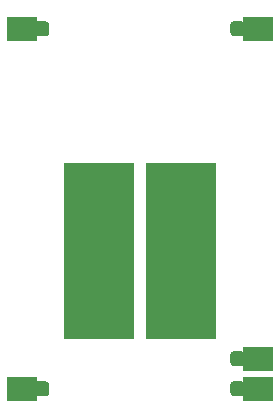
<source format=gts>
G04 #@! TF.GenerationSoftware,KiCad,Pcbnew,9.0.1+1*
G04 #@! TF.CreationDate,2025-11-11T14:40:03+00:00*
G04 #@! TF.ProjectId,usb-c-power-in,7573622d-632d-4706-9f77-65722d696e2e,rev?*
G04 #@! TF.SameCoordinates,Original*
G04 #@! TF.FileFunction,Soldermask,Top*
G04 #@! TF.FilePolarity,Negative*
%FSLAX46Y46*%
G04 Gerber Fmt 4.6, Leading zero omitted, Abs format (unit mm)*
G04 Created by KiCad (PCBNEW 9.0.1+1) date 2025-11-11 14:40:03*
%MOMM*%
%LPD*%
G01*
G04 APERTURE LIST*
%ADD10R,6.000000X15.000000*%
%ADD11R,2.540000X2.000000*%
G04 APERTURE END LIST*
D10*
X53252800Y-46803000D03*
X46293200Y-46803000D03*
D11*
X39736000Y-28032400D03*
G36*
G01*
X42061000Y-27657400D02*
X42061000Y-28407400D01*
G75*
G02*
X41811000Y-28657400I-250000J0D01*
G01*
X41061000Y-28657400D01*
G75*
G02*
X40811000Y-28407400I0J250000D01*
G01*
X40811000Y-27657400D01*
G75*
G02*
X41061000Y-27407400I250000J0D01*
G01*
X41811000Y-27407400D01*
G75*
G02*
X42061000Y-27657400I0J-250000D01*
G01*
G37*
X39736000Y-58512400D03*
G36*
G01*
X42061000Y-58137400D02*
X42061000Y-58887400D01*
G75*
G02*
X41811000Y-59137400I-250000J0D01*
G01*
X41061000Y-59137400D01*
G75*
G02*
X40811000Y-58887400I0J250000D01*
G01*
X40811000Y-58137400D01*
G75*
G02*
X41061000Y-57887400I250000J0D01*
G01*
X41811000Y-57887400D01*
G75*
G02*
X42061000Y-58137400I0J-250000D01*
G01*
G37*
G36*
G01*
X58661000Y-27657400D02*
X58661000Y-28407400D01*
G75*
G02*
X58411000Y-28657400I-250000J0D01*
G01*
X57661000Y-28657400D01*
G75*
G02*
X57411000Y-28407400I0J250000D01*
G01*
X57411000Y-27657400D01*
G75*
G02*
X57661000Y-27407400I250000J0D01*
G01*
X58411000Y-27407400D01*
G75*
G02*
X58661000Y-27657400I0J-250000D01*
G01*
G37*
X59736000Y-28032400D03*
G36*
G01*
X58661000Y-55597400D02*
X58661000Y-56347400D01*
G75*
G02*
X58411000Y-56597400I-250000J0D01*
G01*
X57661000Y-56597400D01*
G75*
G02*
X57411000Y-56347400I0J250000D01*
G01*
X57411000Y-55597400D01*
G75*
G02*
X57661000Y-55347400I250000J0D01*
G01*
X58411000Y-55347400D01*
G75*
G02*
X58661000Y-55597400I0J-250000D01*
G01*
G37*
X59736000Y-55972400D03*
G36*
G01*
X58661000Y-58137400D02*
X58661000Y-58887400D01*
G75*
G02*
X58411000Y-59137400I-250000J0D01*
G01*
X57661000Y-59137400D01*
G75*
G02*
X57411000Y-58887400I0J250000D01*
G01*
X57411000Y-58137400D01*
G75*
G02*
X57661000Y-57887400I250000J0D01*
G01*
X58411000Y-57887400D01*
G75*
G02*
X58661000Y-58137400I0J-250000D01*
G01*
G37*
X59736000Y-58512400D03*
M02*

</source>
